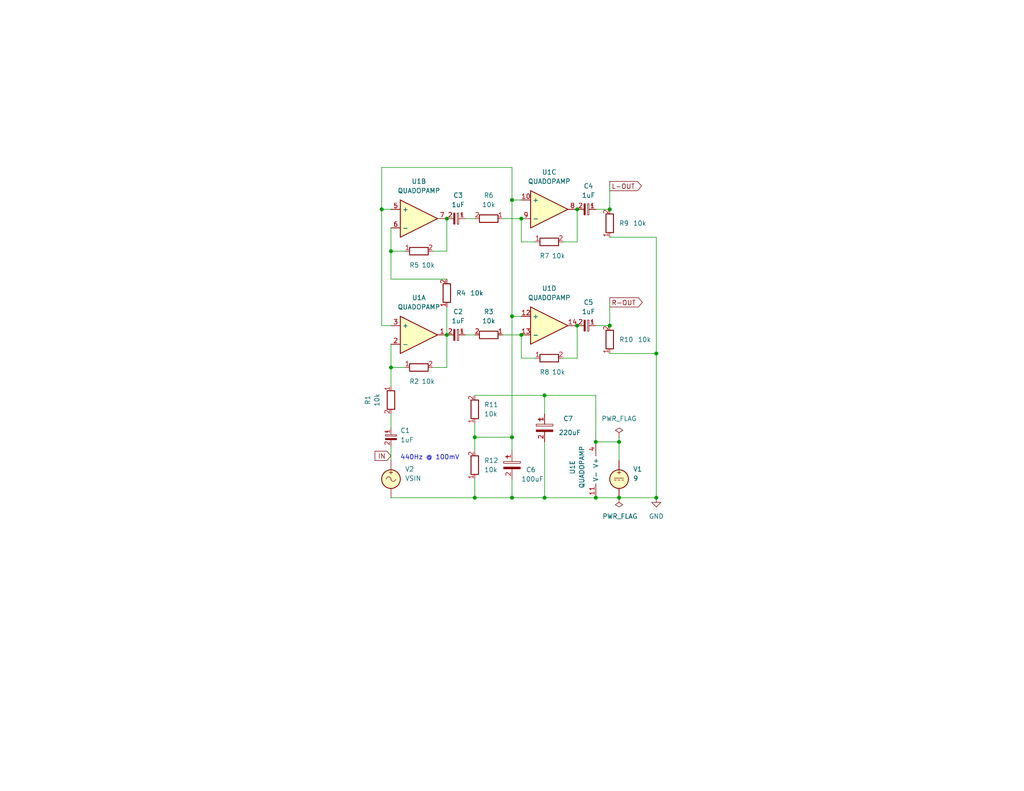
<source format=kicad_sch>
(kicad_sch (version 20211123) (generator eeschema)
  (paper "A")
  (lib_symbols
    (symbol "C_Polarized_1" (pin_names (offset 0.254) hide)
      (property "Reference" "C" (at 0.635 2.54 0))
      (property "Value" "C_Polarized_1" (at 0.635 -2.54 0))
      (symbol "C_Polarized_1_0_1"
        (rectangle (start -2.286 0.508) (end 2.286 1.016))
        (polyline (pts (xy -1.778 2.286) (xy -0.762 2.286)))
        (polyline (pts (xy -1.27 2.794) (xy -1.27 1.778)))
        (rectangle (start 2.286 -0.508) (end -2.286 -1.016) (fill (type outline)))
      )
      (symbol "C_Polarized_1_1_1"
        (pin passive line (at 0 3.81 270) (length 2.794) (name "~") (number "1"))
        (pin passive line (at 0 -3.81 90) (length 2.794) (name "~") (number "2"))
      )
    )
    (symbol "Device:C_Polarized" (pin_names (offset 0.254) hide)
      (property "Reference" "C" (at 0.635 2.54 0))
      (property "Value" "C_Polarized" (at 0.635 -2.54 0))
      (symbol "C_Polarized_0_1"
        (rectangle (start -2.286 0.508) (end 2.286 1.016))
        (polyline (pts (xy -1.778 2.286) (xy -0.762 2.286)))
        (polyline (pts (xy -1.27 2.794) (xy -1.27 1.778)))
        (rectangle (start 2.286 -0.508) (end -2.286 -1.016) (fill (type outline)))
      )
      (symbol "C_Polarized_1_1"
        (pin passive line (at 0 3.81 270) (length 2.794) (name "~") (number "1"))
        (pin passive line (at 0 -3.81 90) (length 2.794) (name "~") (number "2"))
      )
    )
    (symbol "Device:C_Polarized_Small" (pin_names (offset 0.254) hide)
      (property "Reference" "C" (at 0.254 1.778 0))
      (property "Value" "C_Polarized_Small" (at 0.254 -2.032 0))
      (symbol "C_Polarized_Small_0_1"
        (rectangle (start -1.524 -0.3048) (end 1.524 -0.6858) (fill (type outline)))
        (rectangle (start -1.524 0.6858) (end 1.524 0.3048))
        (polyline (pts (xy -1.27 1.524) (xy -0.762 1.524)))
        (polyline (pts (xy -1.016 1.27) (xy -1.016 1.778)))
      )
      (symbol "C_Polarized_Small_1_1"
        (pin passive line (at 0 2.54 270) (length 1.8542) (name "~") (number "1"))
        (pin passive line (at 0 -2.54 90) (length 1.8542) (name "~") (number "2"))
      )
    )
    (symbol "INVNTEFX:QUADOPAMP"
      (property "Reference" "U?" (at 0 10.16 0))
      (property "Value" "QUADOPAMP" (at 0 7.62 0))
      (symbol "QUADOPAMP_1_1"
        (polyline (pts (xy -5.08 5.08) (xy 5.08 0) (xy -5.08 -5.08) (xy -5.08 5.08)) (stroke (width 0.254)) (fill (type background)))
        (pin output line (at 7.62 0 180) (length 2.54) (name "~") (number "1"))
        (pin input line (at -7.62 -2.54 0) (length 2.54) (name "-") (number "2"))
        (pin input line (at -7.62 2.54 0) (length 2.54) (name "+") (number "3"))
      )
      (symbol "QUADOPAMP_2_1"
        (polyline (pts (xy -5.08 5.08) (xy 5.08 0) (xy -5.08 -5.08) (xy -5.08 5.08)) (stroke (width 0.254)) (fill (type background)))
        (pin input line (at -7.62 2.54 0) (length 2.54) (name "+") (number "5"))
        (pin input line (at -7.62 -2.54 0) (length 2.54) (name "-") (number "6"))
        (pin output line (at 7.62 0 180) (length 2.54) (name "~") (number "7"))
      )
      (symbol "QUADOPAMP_3_1"
        (polyline (pts (xy -5.08 5.08) (xy 5.08 0) (xy -5.08 -5.08) (xy -5.08 5.08)) (stroke (width 0.254)) (fill (type background)))
        (pin input line (at -7.62 2.54 0) (length 2.54) (name "+") (number "10"))
        (pin output line (at 7.62 0 180) (length 2.54) (name "~") (number "8"))
        (pin input line (at -7.62 -2.54 0) (length 2.54) (name "-") (number "9"))
      )
      (symbol "QUADOPAMP_4_1"
        (polyline (pts (xy -5.08 5.08) (xy 5.08 0) (xy -5.08 -5.08) (xy -5.08 5.08)) (stroke (width 0.254)) (fill (type background)))
        (pin input line (at -7.62 2.54 0) (length 2.54) (name "+") (number "12"))
        (pin input line (at -7.62 -2.54 0) (length 2.54) (name "-") (number "13"))
        (pin output line (at 7.62 0 180) (length 2.54) (name "~") (number "14"))
      )
      (symbol "QUADOPAMP_5_1"
        (pin power_in line (at -2.54 -7.62 90) (length 3.81) (name "V-") (number "11"))
        (pin power_in line (at -2.54 7.62 270) (length 3.81) (name "V+") (number "4"))
      )
    )
    (symbol "R_1" (pin_names (offset 0) hide)
      (property "Reference" "R" (at 2.032 0 90))
      (property "Value" "R_1" (at 0 0 90))
      (symbol "R_1_0_1"
        (rectangle (start -1.016 -2.54) (end 1.016 2.54) (stroke (width 0.254)))
      )
      (symbol "R_1_1_1"
        (pin passive line (at 0 3.81 270) (length 1.27) (name "~") (number "1"))
        (pin passive line (at 0 -3.81 90) (length 1.27) (name "~") (number "2"))
      )
    )
    (symbol "R_3" (pin_names (offset 0) hide)
      (property "Reference" "R" (at 2.032 0 90))
      (property "Value" "R_3" (at 0 0 90))
      (symbol "R_3_0_1"
        (rectangle (start -1.016 -2.54) (end 1.016 2.54) (stroke (width 0.254)))
      )
      (symbol "R_3_1_1"
        (pin passive line (at 0 3.81 270) (length 1.27) (name "~") (number "1"))
        (pin passive line (at 0 -3.81 90) (length 1.27) (name "~") (number "2"))
      )
    )
    (symbol "R_4" (pin_names (offset 0) hide)
      (property "Reference" "R" (at 2.032 0 90))
      (property "Value" "R_4" (at 0 0 90))
      (symbol "R_4_0_1"
        (rectangle (start -1.016 -2.54) (end 1.016 2.54) (stroke (width 0.254)))
      )
      (symbol "R_4_1_1"
        (pin passive line (at 0 3.81 270) (length 1.27) (name "~") (number "1"))
        (pin passive line (at 0 -3.81 90) (length 1.27) (name "~") (number "2"))
      )
    )
    (symbol "Simulation_SPICE:VDC" (pin_numbers hide) (pin_names (offset 0.0254))
      (property "Reference" "V" (at 2.54 2.54 0))
      (property "Value" "VDC" (at 2.54 0 0))
      (property "Spice_Model" "dc(1)" (at 2.54 -2.54 0))
      (symbol "VDC_0_0"
        (polyline (pts (xy -1.27 0.254) (xy 1.27 0.254)))
        (polyline (pts (xy -0.762 -0.254) (xy -1.27 -0.254)))
        (polyline (pts (xy 0.254 -0.254) (xy -0.254 -0.254)))
        (polyline (pts (xy 1.27 -0.254) (xy 0.762 -0.254)))
        (text "+" (at 0 1.905 0) (effects (font (size 1.27 1.27))))
      )
      (symbol "VDC_0_1"
        (circle (center 0 0) (radius 2.54) (stroke (width 0.254)) (fill (type background)))
      )
      (symbol "VDC_1_1"
        (pin passive line (at 0 5.08 270) (length 2.54) (name "~") (number "1"))
        (pin passive line (at 0 -5.08 90) (length 2.54) (name "~") (number "2"))
      )
    )
    (symbol "Simulation_SPICE:VSIN" (pin_numbers hide) (pin_names (offset 0.0254))
      (property "Reference" "V" (at 2.54 2.54 0))
      (property "Value" "VSIN" (at 2.54 0 0))
      (property "Spice_Model" "sin(0 1 1k)" (at 2.54 -2.54 0))
      (symbol "VSIN_0_0"
        (arc (start 0 0) (mid -0.635 0.635) (end -1.27 0))
        (arc (start 0 0) (mid 0.635 -0.635) (end 1.27 0))
        (text "+" (at 0 1.905 0) (effects (font (size 1.27 1.27))))
      )
      (symbol "VSIN_0_1"
        (circle (center 0 0) (radius 2.54) (stroke (width 0.254)) (fill (type background)))
      )
      (symbol "VSIN_1_1"
        (pin passive line (at 0 5.08 270) (length 2.54) (name "~") (number "1"))
        (pin passive line (at 0 -5.08 90) (length 2.54) (name "~") (number "2"))
      )
    )
    (symbol "power:GND" (power) (pin_names (offset 0))
      (property "Value" "GND" (at 0 -3.81 0))
      (symbol "GND_0_1"
        (polyline (pts (xy 0 0) (xy 0 -1.27) (xy 1.27 -1.27) (xy 0 -2.54) (xy -1.27 -1.27) (xy 0 -1.27)))
      )
      (symbol "GND_1_1"
        (pin power_in line (at 0 0 270) (length 0) hide (name "GND") (number "1"))
      )
    )
    (symbol "power:PWR_FLAG" (power) (pin_numbers hide) (pin_names (offset 0) hide)
      (property "Value" "PWR_FLAG" (at 0 3.81 0))
      (symbol "PWR_FLAG_0_0"
        (pin power_out line (at 0 0 90) (length 0) (name "pwr") (number "1"))
      )
      (symbol "PWR_FLAG_0_1"
        (polyline (pts (xy 0 0) (xy 0 1.27) (xy -1.016 1.905) (xy 0 2.54) (xy 1.016 1.905) (xy 0 1.27)))
      )
    )
  )
  (junction (at 139.7 54.61))
  (junction (at 139.7 86.36))
  (junction (at 168.91 120.65))
  (junction (at 142.24 59.69))
  (junction (at 166.37 57.15))
  (junction (at 142.24 91.44))
  (junction (at 168.91 135.89))
  (junction (at 179.07 135.89))
  (junction (at 121.92 59.69))
  (junction (at 106.68 68.58))
  (junction (at 166.37 88.9))
  (junction (at 148.59 135.89))
  (junction (at 148.59 107.95))
  (junction (at 104.14 57.15))
  (junction (at 162.56 120.65))
  (junction (at 157.48 88.9))
  (junction (at 106.68 100.33))
  (junction (at 162.56 135.89))
  (junction (at 179.07 96.52))
  (junction (at 139.7 119.38))
  (junction (at 121.92 91.44))
  (junction (at 129.54 135.89))
  (junction (at 157.48 57.15))
  (junction (at 139.7 135.89))
  (junction (at 129.54 119.38))
  (wire (pts (xy 166.37 57.15) (xy 166.37 50.8)))
  (wire (pts (xy 146.05 97.79) (xy 142.24 97.79)))
  (wire (pts (xy 137.16 59.69) (xy 142.24 59.69)))
  (wire (pts (xy 166.37 88.9) (xy 166.37 82.55)))
  (wire (pts (xy 139.7 119.38) (xy 129.54 119.38)))
  (wire (pts (xy 162.56 120.65) (xy 168.91 120.65)))
  (wire (pts (xy 162.56 57.15) (xy 166.37 57.15)))
  (wire (pts (xy 162.56 107.95) (xy 162.56 120.65)))
  (wire (pts (xy 142.24 97.79) (xy 142.24 91.44)))
  (wire (pts (xy 118.11 68.58) (xy 121.92 68.58)))
  (wire (pts (xy 146.05 66.04) (xy 142.24 66.04)))
  (wire (pts (xy 121.92 100.33) (xy 121.92 91.44)))
  (wire (pts (xy 106.68 100.33) (xy 106.68 105.41)))
  (wire (pts (xy 106.68 113.03) (xy 106.68 116.84)))
  (wire (pts (xy 166.37 64.77) (xy 179.07 64.77)))
  (wire (pts (xy 139.7 45.72) (xy 104.14 45.72)))
  (wire (pts (xy 104.14 57.15) (xy 106.68 57.15)))
  (wire (pts (xy 162.56 135.89) (xy 168.91 135.89)))
  (wire (pts (xy 104.14 88.9) (xy 104.14 57.15)))
  (wire (pts (xy 139.7 130.81) (xy 139.7 135.89)))
  (wire (pts (xy 148.59 107.95) (xy 162.56 107.95)))
  (wire (pts (xy 127 91.44) (xy 129.54 91.44)))
  (wire (pts (xy 106.68 100.33) (xy 106.68 93.98)))
  (wire (pts (xy 168.91 135.89) (xy 179.07 135.89)))
  (wire (pts (xy 129.54 115.57) (xy 129.54 119.38)))
  (wire (pts (xy 104.14 45.72) (xy 104.14 57.15)))
  (wire (pts (xy 179.07 64.77) (xy 179.07 96.52)))
  (wire (pts (xy 139.7 135.89) (xy 148.59 135.89)))
  (wire (pts (xy 162.56 88.9) (xy 166.37 88.9)))
  (wire (pts (xy 153.67 97.79) (xy 157.48 97.79)))
  (wire (pts (xy 121.92 68.58) (xy 121.92 59.69)))
  (wire (pts (xy 148.59 120.65) (xy 148.59 135.89)))
  (wire (pts (xy 139.7 54.61) (xy 139.7 45.72)))
  (wire (pts (xy 168.91 120.65) (xy 168.91 119.38)))
  (wire (pts (xy 179.07 96.52) (xy 179.07 135.89)))
  (wire (pts (xy 121.92 83.82) (xy 121.92 91.44)))
  (wire (pts (xy 148.59 107.95) (xy 148.59 113.03)))
  (wire (pts (xy 142.24 66.04) (xy 142.24 59.69)))
  (wire (pts (xy 106.68 121.92) (xy 106.68 125.73)))
  (wire (pts (xy 139.7 86.36) (xy 139.7 119.38)))
  (wire (pts (xy 127 59.69) (xy 129.54 59.69)))
  (wire (pts (xy 148.59 135.89) (xy 162.56 135.89)))
  (wire (pts (xy 129.54 107.95) (xy 148.59 107.95)))
  (wire (pts (xy 121.92 76.2) (xy 106.68 76.2)))
  (wire (pts (xy 110.49 68.58) (xy 106.68 68.58)))
  (wire (pts (xy 106.68 76.2) (xy 106.68 68.58)))
  (wire (pts (xy 166.37 96.52) (xy 179.07 96.52)))
  (wire (pts (xy 118.11 100.33) (xy 121.92 100.33)))
  (wire (pts (xy 137.16 91.44) (xy 142.24 91.44)))
  (wire (pts (xy 129.54 119.38) (xy 129.54 123.19)))
  (wire (pts (xy 157.48 97.79) (xy 157.48 88.9)))
  (wire (pts (xy 139.7 86.36) (xy 139.7 54.61)))
  (wire (pts (xy 157.48 66.04) (xy 157.48 57.15)))
  (wire (pts (xy 129.54 130.81) (xy 129.54 135.89)))
  (wire (pts (xy 106.68 88.9) (xy 104.14 88.9)))
  (wire (pts (xy 168.91 125.73) (xy 168.91 120.65)))
  (wire (pts (xy 139.7 54.61) (xy 142.24 54.61)))
  (wire (pts (xy 153.67 66.04) (xy 157.48 66.04)))
  (wire (pts (xy 106.68 68.58) (xy 106.68 62.23)))
  (wire (pts (xy 129.54 135.89) (xy 139.7 135.89)))
  (wire (pts (xy 142.24 86.36) (xy 139.7 86.36)))
  (wire (pts (xy 110.49 100.33) (xy 106.68 100.33)))
  (wire (pts (xy 139.7 123.19) (xy 139.7 119.38)))
  (wire (pts (xy 106.68 135.89) (xy 129.54 135.89)))
  (text "440Hz @ 100mV" (at 109.22 125.73 0) (effects (font (size 1.27 1.27)) (justify left bottom)))
  (global_label "IN" (shape input) (at 106.68 124.46 180) (property "Intersheet References" "${INTERSHEET_REFS}" (effects hide)))
  (global_label "R-OUT" (shape output) (at 166.37 82.55 0) (property "Intersheet References" "${INTERSHEET_REFS}" (effects hide)))
  (global_label "L-OUT" (shape output) (at 166.37 50.8 0) (property "Intersheet References" "${INTERSHEET_REFS}" (effects hide)))
  (symbol (lib_id "power:GND") (at 179.07 135.89 0) (unit 1)
    (property "Reference" "#PWR0101" (effects hide))
    (property "Value" "GND" (at 179.07 140.97 0))
  )
  (symbol (lib_name "R_3") (lib_id "Device:R") (at 114.3 68.58 90) (mirror x) (unit 1)
    (property "Reference" "R5" (at 113.03 72.39 90))
    (property "Value" "10k" (at 116.84 72.39 90))
    (property "Spice_Primitive" "R" (effects hide))
    (property "Spice_Model" "10k" (effects hide))
    (property "Spice_Netlist_Enabled" "Y" (effects hide))
  )
  (symbol (lib_name "R_4") (lib_id "Device:R") (at 166.37 92.71 180) (unit 1)
    (property "Reference" "R10" (at 168.91 92.71 0) (effects (justify right)))
    (property "Value" "10k" (at 173.99 92.71 0) (effects (justify right)))
    (property "Spice_Primitive" "R" (effects hide))
    (property "Spice_Model" "10k" (effects hide))
    (property "Spice_Netlist_Enabled" "Y" (effects hide))
  )
  (symbol (lib_name "R_3") (lib_id "Device:R") (at 149.86 97.79 90) (mirror x) (unit 1)
    (property "Reference" "R8" (at 148.59 101.6 90))
    (property "Value" "10k" (at 152.4 101.6 90))
    (property "Spice_Primitive" "R" (effects hide))
    (property "Spice_Model" "10k" (effects hide))
    (property "Spice_Netlist_Enabled" "Y" (effects hide))
  )
  (symbol (lib_name "R_4") (lib_id "Device:R") (at 129.54 127 180) (unit 1)
    (property "Reference" "R12" (at 132.08 125.7299 0) (effects (justify right)))
    (property "Value" "10k" (at 132.08 128.2699 0) (effects (justify right)))
    (property "Spice_Primitive" "R" (effects hide))
    (property "Spice_Model" "10k" (effects hide))
    (property "Spice_Netlist_Enabled" "Y" (effects hide))
  )
  (symbol (lib_id "INVNTEFX:QUADOPAMP") (at 114.3 59.69 0) (unit 2)
    (property "Reference" "U1" (at 114.3 49.53 0))
    (property "Value" "QUADOPAMP" (at 114.3 52.07 0))
    (property "Spice_Primitive" "X" (effects hide))
    (property "Spice_Model" "QUADOPAMP" (effects hide))
    (property "Spice_Netlist_Enabled" "Y" (effects hide))
    (property "Spice_Lib_File" "QUADOPAMP.CIR" (effects hide))
  )
  (symbol (lib_id "INVNTEFX:QUADOPAMP") (at 165.1 128.27 0) (unit 5)
    (property "Reference" "U1" (at 156.21 129.54 90) (effects (justify left)))
    (property "Value" "QUADOPAMP" (at 158.75 133.35 90) (effects (justify left)))
    (property "Spice_Primitive" "X" (effects hide))
    (property "Spice_Model" "QUADOPAMP" (effects hide))
    (property "Spice_Netlist_Enabled" "Y" (effects hide))
    (property "Spice_Lib_File" "QUADOPAMP.CIR" (effects hide))
  )
  (symbol (lib_name "R_3") (lib_id "Device:R") (at 114.3 100.33 90) (mirror x) (unit 1)
    (property "Reference" "R2" (at 113.03 104.14 90))
    (property "Value" "10k" (at 116.84 104.14 90))
    (property "Spice_Primitive" "R" (effects hide))
    (property "Spice_Model" "10k" (effects hide))
    (property "Spice_Netlist_Enabled" "Y" (effects hide))
  )
  (symbol (lib_name "R_1") (lib_id "Device:R") (at 106.68 109.22 0) (unit 1)
    (property "Reference" "R1" (at 100.33 109.22 90))
    (property "Value" "10k" (at 102.87 109.22 90))
    (property "Spice_Primitive" "R" (effects hide))
    (property "Spice_Model" "10k" (effects hide))
    (property "Spice_Netlist_Enabled" "Y" (effects hide))
  )
  (symbol (lib_id "Simulation_SPICE:VDC") (at 168.91 130.81 0) (unit 1)
    (property "Reference" "V1" (at 172.72 128.0801 0) (effects (justify left)))
    (property "Value" "9VDC" (at 172.72 130.6201 0) (effects (justify left)))
    (property "Spice_Netlist_Enabled" "Y" (effects hide))
    (property "Spice_Primitive" "V" (effects hide))
    (property "Spice_Model" "dc 9" (effects hide))
  )
  (symbol (lib_id "INVNTEFX:QUADOPAMP") (at 149.86 57.15 0) (unit 3)
    (property "Reference" "U1" (at 149.86 46.99 0))
    (property "Value" "QUADOPAMP" (at 149.86 49.53 0))
    (property "Spice_Primitive" "X" (effects hide))
    (property "Spice_Model" "QUADOPAMP" (effects hide))
    (property "Spice_Netlist_Enabled" "Y" (effects hide))
    (property "Spice_Lib_File" "QUADOPAMP.CIR" (effects hide))
  )
  (symbol (lib_id "power:PWR_FLAG") (at 168.91 119.38 0) (mirror y) (unit 1)
    (property "Reference" "#FLG0102" (effects hide))
    (property "Value" "PWR_FLAG" (at 168.91 114.3 0))
  )
  (symbol (lib_name "R_4") (lib_id "Device:R") (at 129.54 111.76 180) (unit 1)
    (property "Reference" "R11" (at 132.08 110.4899 0) (effects (justify right)))
    (property "Value" "10k" (at 132.08 113.0299 0) (effects (justify right)))
    (property "Spice_Primitive" "R" (effects hide))
    (property "Spice_Model" "10k" (effects hide))
    (property "Spice_Netlist_Enabled" "Y" (effects hide))
  )
  (symbol (lib_name "C_Polarized_1") (lib_id "Device:C_Polarized") (at 139.7 127 0) (unit 1)
    (property "Reference" "C6" (at 143.51 128.27 0) (effects (justify left)))
    (property "Value" "100uF" (at 142.24 130.81 0) (effects (justify left)))
    (property "Spice_Primitive" "C" (effects hide))
    (property "Spice_Model" "100u" (effects hide))
    (property "Spice_Netlist_Enabled" "Y" (effects hide))
  )
  (symbol (lib_id "Device:C_Polarized") (at 148.59 116.84 0) (unit 1)
    (property "Reference" "C7" (at 153.67 114.3 0) (effects (justify left)))
    (property "Value" "220uF" (at 152.4 118.11 0) (effects (justify left)))
    (property "Spice_Primitive" "C" (effects hide))
    (property "Spice_Model" "220u" (effects hide))
    (property "Spice_Netlist_Enabled" "Y" (effects hide))
  )
  (symbol (lib_name "R_4") (lib_id "Device:R") (at 121.92 80.01 180) (unit 1)
    (property "Reference" "R4" (at 124.46 80.01 0) (effects (justify right)))
    (property "Value" "10k" (at 128.27 80.01 0) (effects (justify right)))
    (property "Spice_Primitive" "R" (effects hide))
    (property "Spice_Model" "10k" (effects hide))
    (property "Spice_Netlist_Enabled" "Y" (effects hide))
  )
  (symbol (lib_name "R_4") (lib_id "Device:R") (at 166.37 60.96 180) (unit 1)
    (property "Reference" "R9" (at 168.91 60.96 0) (effects (justify right)))
    (property "Value" "10k" (at 172.72 60.96 0) (effects (justify right)))
    (property "Spice_Primitive" "R" (effects hide))
    (property "Spice_Model" "10k" (effects hide))
    (property "Spice_Netlist_Enabled" "Y" (effects hide))
  )
  (symbol (lib_name "R_1") (lib_id "Device:R") (at 133.35 91.44 270) (unit 1)
    (property "Reference" "R3" (at 133.35 85.09 90))
    (property "Value" "10k" (at 133.35 87.63 90))
    (property "Spice_Primitive" "R" (effects hide))
    (property "Spice_Model" "10k" (effects hide))
    (property "Spice_Netlist_Enabled" "Y" (effects hide))
  )
  (symbol (lib_id "power:PWR_FLAG") (at 168.91 135.89 0) (mirror x) (unit 1)
    (property "Reference" "#FLG01" (effects hide))
    (property "Value" "PWR_FLAG" (at 173.99 140.97 0) (effects (justify right)))
  )
  (symbol (lib_name "R_3") (lib_id "Device:R") (at 149.86 66.04 90) (mirror x) (unit 1)
    (property "Reference" "R7" (at 148.59 69.85 90))
    (property "Value" "10k" (at 152.4 69.85 90))
    (property "Spice_Primitive" "R" (effects hide))
    (property "Spice_Model" "10k" (effects hide))
    (property "Spice_Netlist_Enabled" "Y" (effects hide))
  )
  (symbol (lib_id "Device:C_Polarized_Small") (at 160.02 57.15 270) (unit 1)
    (property "Reference" "C4" (at 160.5661 50.8 90))
    (property "Value" "1uF" (at 160.5661 53.34 90))
    (property "Spice_Primitive" "C" (effects hide))
    (property "Spice_Model" "1u" (effects hide))
    (property "Spice_Netlist_Enabled" "Y" (effects hide))
  )
  (symbol (lib_id "Device:C_Polarized_Small") (at 160.02 88.9 270) (unit 1)
    (property "Reference" "C5" (at 160.5661 82.55 90))
    (property "Value" "1uF" (at 160.5661 85.09 90))
    (property "Spice_Primitive" "C" (effects hide))
    (property "Spice_Model" "1u" (effects hide))
    (property "Spice_Netlist_Enabled" "Y" (effects hide))
  )
  (symbol (lib_id "Device:C_Polarized_Small") (at 124.46 59.69 270) (unit 1)
    (property "Reference" "C3" (at 125.0061 53.34 90))
    (property "Value" "1uF" (at 125.0061 55.88 90))
    (property "Spice_Primitive" "C" (effects hide))
    (property "Spice_Model" "1u" (effects hide))
    (property "Spice_Netlist_Enabled" "Y" (effects hide))
  )
  (symbol (lib_id "Device:C_Polarized_Small") (at 106.68 119.38 0) (unit 1)
    (property "Reference" "C1" (at 109.22 117.5638 0) (effects (justify left)))
    (property "Value" "1uF" (at 109.22 120.1038 0) (effects (justify left)))
    (property "Spice_Primitive" "C" (effects hide))
    (property "Spice_Model" "1u" (effects hide))
    (property "Spice_Netlist_Enabled" "Y" (effects hide))
  )
  (symbol (lib_name "R_1") (lib_id "Device:R") (at 133.35 59.69 270) (unit 1)
    (property "Reference" "R6" (at 133.35 53.34 90))
    (property "Value" "10k" (at 133.35 55.88 90))
    (property "Spice_Primitive" "R" (effects hide))
    (property "Spice_Model" "10k" (effects hide))
    (property "Spice_Netlist_Enabled" "Y" (effects hide))
  )
  (symbol (lib_id "Device:C_Polarized_Small") (at 124.46 91.44 270) (unit 1)
    (property "Reference" "C2" (at 125.0061 85.09 90))
    (property "Value" "1uF" (at 125.0061 87.63 90))
    (property "Spice_Primitive" "C" (effects hide))
    (property "Spice_Model" "1u" (effects hide))
    (property "Spice_Netlist_Enabled" "Y" (effects hide))
  )
  (symbol (lib_id "Simulation_SPICE:VSIN") (at 106.68 130.81 0) (unit 1)
    (property "Reference" "V2" (at 110.49 128.0801 0) (effects (justify left)))
    (property "Value" "VSIN" (at 110.49 130.6201 0) (effects (justify left)))
    (property "Spice_Netlist_Enabled" "Y" (effects hide))
    (property "Spice_Primitive" "V" (effects hide))
    (property "Spice_Model" "ac 100m sin(0 100m 440)" (effects hide))
  )
  (symbol (lib_id "INVNTEFX:QUADOPAMP") (at 114.3 91.44 0) (unit 1)
    (property "Reference" "U1" (at 114.3 81.28 0))
    (property "Value" "QUADOPAMP" (at 114.3 83.82 0))
    (property "Spice_Primitive" "X" (effects hide))
    (property "Spice_Model" "QUADOPAMP" (effects hide))
    (property "Spice_Netlist_Enabled" "Y" (effects hide))
    (property "Spice_Lib_File" "QUADOPAMP.CIR" (effects hide))
  )
  (symbol (lib_id "INVNTEFX:QUADOPAMP") (at 149.86 88.9 0) (unit 4)
    (property "Reference" "U1" (at 149.86 78.74 0))
    (property "Value" "QUADOPAMP" (at 149.86 81.28 0))
    (property "Spice_Primitive" "X" (effects hide))
    (property "Spice_Model" "QUADOPAMP" (effects hide))
    (property "Spice_Netlist_Enabled" "Y" (effects hide))
    (property "Spice_Lib_File" "QUADOPAMP.CIR" (effects hide))
  )
)
</source>
